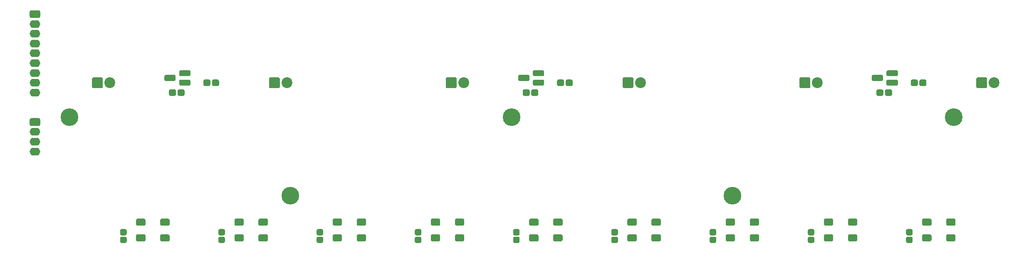
<source format=gbr>
G04 #@! TF.GenerationSoftware,KiCad,Pcbnew,(5.1.7)-1*
G04 #@! TF.CreationDate,2021-03-22T01:50:01-04:00*
G04 #@! TF.ProjectId,Circuit-AirSensor-Left,43697263-7569-4742-9d41-697253656e73,rev?*
G04 #@! TF.SameCoordinates,Original*
G04 #@! TF.FileFunction,Soldermask,Bot*
G04 #@! TF.FilePolarity,Negative*
%FSLAX46Y46*%
G04 Gerber Fmt 4.6, Leading zero omitted, Abs format (unit mm)*
G04 Created by KiCad (PCBNEW (5.1.7)-1) date 2021-03-22 01:50:01*
%MOMM*%
%LPD*%
G01*
G04 APERTURE LIST*
%ADD10O,2.150000X1.600000*%
%ADD11C,3.600000*%
%ADD12C,2.200000*%
G04 APERTURE END LIST*
G36*
G01*
X221500000Y-133900000D02*
X221500000Y-132900000D01*
G75*
G02*
X221700000Y-132700000I200000J0D01*
G01*
X223200000Y-132700000D01*
G75*
G02*
X223400000Y-132900000I0J-200000D01*
G01*
X223400000Y-133900000D01*
G75*
G02*
X223200000Y-134100000I-200000J0D01*
G01*
X221700000Y-134100000D01*
G75*
G02*
X221500000Y-133900000I0J200000D01*
G01*
G37*
G36*
G01*
X221500000Y-137100000D02*
X221500000Y-136100000D01*
G75*
G02*
X221700000Y-135900000I200000J0D01*
G01*
X223200000Y-135900000D01*
G75*
G02*
X223400000Y-136100000I0J-200000D01*
G01*
X223400000Y-137100000D01*
G75*
G02*
X223200000Y-137300000I-200000J0D01*
G01*
X221700000Y-137300000D01*
G75*
G02*
X221500000Y-137100000I0J200000D01*
G01*
G37*
G36*
G01*
X216600000Y-133900000D02*
X216600000Y-132900000D01*
G75*
G02*
X216800000Y-132700000I200000J0D01*
G01*
X218300000Y-132700000D01*
G75*
G02*
X218500000Y-132900000I0J-200000D01*
G01*
X218500000Y-133900000D01*
G75*
G02*
X218300000Y-134100000I-200000J0D01*
G01*
X216800000Y-134100000D01*
G75*
G02*
X216600000Y-133900000I0J200000D01*
G01*
G37*
G36*
G01*
X216600000Y-137100000D02*
X216600000Y-136100000D01*
G75*
G02*
X216800000Y-135900000I200000J0D01*
G01*
X218300000Y-135900000D01*
G75*
G02*
X218500000Y-136100000I0J-200000D01*
G01*
X218500000Y-137100000D01*
G75*
G02*
X218300000Y-137300000I-200000J0D01*
G01*
X216800000Y-137300000D01*
G75*
G02*
X216600000Y-137100000I0J200000D01*
G01*
G37*
D10*
X56000000Y-119000000D03*
X56000000Y-117000000D03*
X56000000Y-115000000D03*
G36*
G01*
X55258332Y-112200000D02*
X56741668Y-112200000D01*
G75*
G02*
X57075000Y-112533332I0J-333332D01*
G01*
X57075000Y-113466668D01*
G75*
G02*
X56741668Y-113800000I-333332J0D01*
G01*
X55258332Y-113800000D01*
G75*
G02*
X54925000Y-113466668I0J333332D01*
G01*
X54925000Y-112533332D01*
G75*
G02*
X55258332Y-112200000I333332J0D01*
G01*
G37*
D11*
X198000000Y-128000000D03*
X108000000Y-128000000D03*
X243000000Y-112000000D03*
G36*
G01*
X234350000Y-137650000D02*
X233650000Y-137650000D01*
G75*
G02*
X233325000Y-137325000I0J325000D01*
G01*
X233325000Y-136675000D01*
G75*
G02*
X233650000Y-136350000I325000J0D01*
G01*
X234350000Y-136350000D01*
G75*
G02*
X234675000Y-136675000I0J-325000D01*
G01*
X234675000Y-137325000D01*
G75*
G02*
X234350000Y-137650000I-325000J0D01*
G01*
G37*
G36*
G01*
X234350000Y-136100000D02*
X233650000Y-136100000D01*
G75*
G02*
X233325000Y-135775000I0J325000D01*
G01*
X233325000Y-135125000D01*
G75*
G02*
X233650000Y-134800000I325000J0D01*
G01*
X234350000Y-134800000D01*
G75*
G02*
X234675000Y-135125000I0J-325000D01*
G01*
X234675000Y-135775000D01*
G75*
G02*
X234350000Y-136100000I-325000J0D01*
G01*
G37*
G36*
G01*
X214350000Y-136100000D02*
X213650000Y-136100000D01*
G75*
G02*
X213325000Y-135775000I0J325000D01*
G01*
X213325000Y-135125000D01*
G75*
G02*
X213650000Y-134800000I325000J0D01*
G01*
X214350000Y-134800000D01*
G75*
G02*
X214675000Y-135125000I0J-325000D01*
G01*
X214675000Y-135775000D01*
G75*
G02*
X214350000Y-136100000I-325000J0D01*
G01*
G37*
G36*
G01*
X214350000Y-137650000D02*
X213650000Y-137650000D01*
G75*
G02*
X213325000Y-137325000I0J325000D01*
G01*
X213325000Y-136675000D01*
G75*
G02*
X213650000Y-136350000I325000J0D01*
G01*
X214350000Y-136350000D01*
G75*
G02*
X214675000Y-136675000I0J-325000D01*
G01*
X214675000Y-137325000D01*
G75*
G02*
X214350000Y-137650000I-325000J0D01*
G01*
G37*
G36*
G01*
X194350000Y-137650000D02*
X193650000Y-137650000D01*
G75*
G02*
X193325000Y-137325000I0J325000D01*
G01*
X193325000Y-136675000D01*
G75*
G02*
X193650000Y-136350000I325000J0D01*
G01*
X194350000Y-136350000D01*
G75*
G02*
X194675000Y-136675000I0J-325000D01*
G01*
X194675000Y-137325000D01*
G75*
G02*
X194350000Y-137650000I-325000J0D01*
G01*
G37*
G36*
G01*
X194350000Y-136100000D02*
X193650000Y-136100000D01*
G75*
G02*
X193325000Y-135775000I0J325000D01*
G01*
X193325000Y-135125000D01*
G75*
G02*
X193650000Y-134800000I325000J0D01*
G01*
X194350000Y-134800000D01*
G75*
G02*
X194675000Y-135125000I0J-325000D01*
G01*
X194675000Y-135775000D01*
G75*
G02*
X194350000Y-136100000I-325000J0D01*
G01*
G37*
G36*
G01*
X174350000Y-137650000D02*
X173650000Y-137650000D01*
G75*
G02*
X173325000Y-137325000I0J325000D01*
G01*
X173325000Y-136675000D01*
G75*
G02*
X173650000Y-136350000I325000J0D01*
G01*
X174350000Y-136350000D01*
G75*
G02*
X174675000Y-136675000I0J-325000D01*
G01*
X174675000Y-137325000D01*
G75*
G02*
X174350000Y-137650000I-325000J0D01*
G01*
G37*
G36*
G01*
X174350000Y-136100000D02*
X173650000Y-136100000D01*
G75*
G02*
X173325000Y-135775000I0J325000D01*
G01*
X173325000Y-135125000D01*
G75*
G02*
X173650000Y-134800000I325000J0D01*
G01*
X174350000Y-134800000D01*
G75*
G02*
X174675000Y-135125000I0J-325000D01*
G01*
X174675000Y-135775000D01*
G75*
G02*
X174350000Y-136100000I-325000J0D01*
G01*
G37*
G36*
G01*
X154350000Y-137650000D02*
X153650000Y-137650000D01*
G75*
G02*
X153325000Y-137325000I0J325000D01*
G01*
X153325000Y-136675000D01*
G75*
G02*
X153650000Y-136350000I325000J0D01*
G01*
X154350000Y-136350000D01*
G75*
G02*
X154675000Y-136675000I0J-325000D01*
G01*
X154675000Y-137325000D01*
G75*
G02*
X154350000Y-137650000I-325000J0D01*
G01*
G37*
G36*
G01*
X154350000Y-136100000D02*
X153650000Y-136100000D01*
G75*
G02*
X153325000Y-135775000I0J325000D01*
G01*
X153325000Y-135125000D01*
G75*
G02*
X153650000Y-134800000I325000J0D01*
G01*
X154350000Y-134800000D01*
G75*
G02*
X154675000Y-135125000I0J-325000D01*
G01*
X154675000Y-135775000D01*
G75*
G02*
X154350000Y-136100000I-325000J0D01*
G01*
G37*
G36*
G01*
X134350000Y-137650000D02*
X133650000Y-137650000D01*
G75*
G02*
X133325000Y-137325000I0J325000D01*
G01*
X133325000Y-136675000D01*
G75*
G02*
X133650000Y-136350000I325000J0D01*
G01*
X134350000Y-136350000D01*
G75*
G02*
X134675000Y-136675000I0J-325000D01*
G01*
X134675000Y-137325000D01*
G75*
G02*
X134350000Y-137650000I-325000J0D01*
G01*
G37*
G36*
G01*
X134350000Y-136100000D02*
X133650000Y-136100000D01*
G75*
G02*
X133325000Y-135775000I0J325000D01*
G01*
X133325000Y-135125000D01*
G75*
G02*
X133650000Y-134800000I325000J0D01*
G01*
X134350000Y-134800000D01*
G75*
G02*
X134675000Y-135125000I0J-325000D01*
G01*
X134675000Y-135775000D01*
G75*
G02*
X134350000Y-136100000I-325000J0D01*
G01*
G37*
G36*
G01*
X114350000Y-137650000D02*
X113650000Y-137650000D01*
G75*
G02*
X113325000Y-137325000I0J325000D01*
G01*
X113325000Y-136675000D01*
G75*
G02*
X113650000Y-136350000I325000J0D01*
G01*
X114350000Y-136350000D01*
G75*
G02*
X114675000Y-136675000I0J-325000D01*
G01*
X114675000Y-137325000D01*
G75*
G02*
X114350000Y-137650000I-325000J0D01*
G01*
G37*
G36*
G01*
X114350000Y-136100000D02*
X113650000Y-136100000D01*
G75*
G02*
X113325000Y-135775000I0J325000D01*
G01*
X113325000Y-135125000D01*
G75*
G02*
X113650000Y-134800000I325000J0D01*
G01*
X114350000Y-134800000D01*
G75*
G02*
X114675000Y-135125000I0J-325000D01*
G01*
X114675000Y-135775000D01*
G75*
G02*
X114350000Y-136100000I-325000J0D01*
G01*
G37*
G36*
G01*
X94350000Y-136100000D02*
X93650000Y-136100000D01*
G75*
G02*
X93325000Y-135775000I0J325000D01*
G01*
X93325000Y-135125000D01*
G75*
G02*
X93650000Y-134800000I325000J0D01*
G01*
X94350000Y-134800000D01*
G75*
G02*
X94675000Y-135125000I0J-325000D01*
G01*
X94675000Y-135775000D01*
G75*
G02*
X94350000Y-136100000I-325000J0D01*
G01*
G37*
G36*
G01*
X94350000Y-137650000D02*
X93650000Y-137650000D01*
G75*
G02*
X93325000Y-137325000I0J325000D01*
G01*
X93325000Y-136675000D01*
G75*
G02*
X93650000Y-136350000I325000J0D01*
G01*
X94350000Y-136350000D01*
G75*
G02*
X94675000Y-136675000I0J-325000D01*
G01*
X94675000Y-137325000D01*
G75*
G02*
X94350000Y-137650000I-325000J0D01*
G01*
G37*
G36*
G01*
X74350000Y-137650000D02*
X73650000Y-137650000D01*
G75*
G02*
X73325000Y-137325000I0J325000D01*
G01*
X73325000Y-136675000D01*
G75*
G02*
X73650000Y-136350000I325000J0D01*
G01*
X74350000Y-136350000D01*
G75*
G02*
X74675000Y-136675000I0J-325000D01*
G01*
X74675000Y-137325000D01*
G75*
G02*
X74350000Y-137650000I-325000J0D01*
G01*
G37*
G36*
G01*
X74350000Y-136100000D02*
X73650000Y-136100000D01*
G75*
G02*
X73325000Y-135775000I0J325000D01*
G01*
X73325000Y-135125000D01*
G75*
G02*
X73650000Y-134800000I325000J0D01*
G01*
X74350000Y-134800000D01*
G75*
G02*
X74675000Y-135125000I0J-325000D01*
G01*
X74675000Y-135775000D01*
G75*
G02*
X74350000Y-136100000I-325000J0D01*
G01*
G37*
G36*
G01*
X76600000Y-137100000D02*
X76600000Y-136100000D01*
G75*
G02*
X76800000Y-135900000I200000J0D01*
G01*
X78300000Y-135900000D01*
G75*
G02*
X78500000Y-136100000I0J-200000D01*
G01*
X78500000Y-137100000D01*
G75*
G02*
X78300000Y-137300000I-200000J0D01*
G01*
X76800000Y-137300000D01*
G75*
G02*
X76600000Y-137100000I0J200000D01*
G01*
G37*
G36*
G01*
X76600000Y-133900000D02*
X76600000Y-132900000D01*
G75*
G02*
X76800000Y-132700000I200000J0D01*
G01*
X78300000Y-132700000D01*
G75*
G02*
X78500000Y-132900000I0J-200000D01*
G01*
X78500000Y-133900000D01*
G75*
G02*
X78300000Y-134100000I-200000J0D01*
G01*
X76800000Y-134100000D01*
G75*
G02*
X76600000Y-133900000I0J200000D01*
G01*
G37*
G36*
G01*
X81500000Y-137100000D02*
X81500000Y-136100000D01*
G75*
G02*
X81700000Y-135900000I200000J0D01*
G01*
X83200000Y-135900000D01*
G75*
G02*
X83400000Y-136100000I0J-200000D01*
G01*
X83400000Y-137100000D01*
G75*
G02*
X83200000Y-137300000I-200000J0D01*
G01*
X81700000Y-137300000D01*
G75*
G02*
X81500000Y-137100000I0J200000D01*
G01*
G37*
G36*
G01*
X81500000Y-133900000D02*
X81500000Y-132900000D01*
G75*
G02*
X81700000Y-132700000I200000J0D01*
G01*
X83200000Y-132700000D01*
G75*
G02*
X83400000Y-132900000I0J-200000D01*
G01*
X83400000Y-133900000D01*
G75*
G02*
X83200000Y-134100000I-200000J0D01*
G01*
X81700000Y-134100000D01*
G75*
G02*
X81500000Y-133900000I0J200000D01*
G01*
G37*
G36*
G01*
X101500000Y-133900000D02*
X101500000Y-132900000D01*
G75*
G02*
X101700000Y-132700000I200000J0D01*
G01*
X103200000Y-132700000D01*
G75*
G02*
X103400000Y-132900000I0J-200000D01*
G01*
X103400000Y-133900000D01*
G75*
G02*
X103200000Y-134100000I-200000J0D01*
G01*
X101700000Y-134100000D01*
G75*
G02*
X101500000Y-133900000I0J200000D01*
G01*
G37*
G36*
G01*
X101500000Y-137100000D02*
X101500000Y-136100000D01*
G75*
G02*
X101700000Y-135900000I200000J0D01*
G01*
X103200000Y-135900000D01*
G75*
G02*
X103400000Y-136100000I0J-200000D01*
G01*
X103400000Y-137100000D01*
G75*
G02*
X103200000Y-137300000I-200000J0D01*
G01*
X101700000Y-137300000D01*
G75*
G02*
X101500000Y-137100000I0J200000D01*
G01*
G37*
G36*
G01*
X96600000Y-133900000D02*
X96600000Y-132900000D01*
G75*
G02*
X96800000Y-132700000I200000J0D01*
G01*
X98300000Y-132700000D01*
G75*
G02*
X98500000Y-132900000I0J-200000D01*
G01*
X98500000Y-133900000D01*
G75*
G02*
X98300000Y-134100000I-200000J0D01*
G01*
X96800000Y-134100000D01*
G75*
G02*
X96600000Y-133900000I0J200000D01*
G01*
G37*
G36*
G01*
X96600000Y-137100000D02*
X96600000Y-136100000D01*
G75*
G02*
X96800000Y-135900000I200000J0D01*
G01*
X98300000Y-135900000D01*
G75*
G02*
X98500000Y-136100000I0J-200000D01*
G01*
X98500000Y-137100000D01*
G75*
G02*
X98300000Y-137300000I-200000J0D01*
G01*
X96800000Y-137300000D01*
G75*
G02*
X96600000Y-137100000I0J200000D01*
G01*
G37*
G36*
G01*
X121500000Y-133900000D02*
X121500000Y-132900000D01*
G75*
G02*
X121700000Y-132700000I200000J0D01*
G01*
X123200000Y-132700000D01*
G75*
G02*
X123400000Y-132900000I0J-200000D01*
G01*
X123400000Y-133900000D01*
G75*
G02*
X123200000Y-134100000I-200000J0D01*
G01*
X121700000Y-134100000D01*
G75*
G02*
X121500000Y-133900000I0J200000D01*
G01*
G37*
G36*
G01*
X121500000Y-137100000D02*
X121500000Y-136100000D01*
G75*
G02*
X121700000Y-135900000I200000J0D01*
G01*
X123200000Y-135900000D01*
G75*
G02*
X123400000Y-136100000I0J-200000D01*
G01*
X123400000Y-137100000D01*
G75*
G02*
X123200000Y-137300000I-200000J0D01*
G01*
X121700000Y-137300000D01*
G75*
G02*
X121500000Y-137100000I0J200000D01*
G01*
G37*
G36*
G01*
X116600000Y-133900000D02*
X116600000Y-132900000D01*
G75*
G02*
X116800000Y-132700000I200000J0D01*
G01*
X118300000Y-132700000D01*
G75*
G02*
X118500000Y-132900000I0J-200000D01*
G01*
X118500000Y-133900000D01*
G75*
G02*
X118300000Y-134100000I-200000J0D01*
G01*
X116800000Y-134100000D01*
G75*
G02*
X116600000Y-133900000I0J200000D01*
G01*
G37*
G36*
G01*
X116600000Y-137100000D02*
X116600000Y-136100000D01*
G75*
G02*
X116800000Y-135900000I200000J0D01*
G01*
X118300000Y-135900000D01*
G75*
G02*
X118500000Y-136100000I0J-200000D01*
G01*
X118500000Y-137100000D01*
G75*
G02*
X118300000Y-137300000I-200000J0D01*
G01*
X116800000Y-137300000D01*
G75*
G02*
X116600000Y-137100000I0J200000D01*
G01*
G37*
G36*
G01*
X141500000Y-133900000D02*
X141500000Y-132900000D01*
G75*
G02*
X141700000Y-132700000I200000J0D01*
G01*
X143200000Y-132700000D01*
G75*
G02*
X143400000Y-132900000I0J-200000D01*
G01*
X143400000Y-133900000D01*
G75*
G02*
X143200000Y-134100000I-200000J0D01*
G01*
X141700000Y-134100000D01*
G75*
G02*
X141500000Y-133900000I0J200000D01*
G01*
G37*
G36*
G01*
X141500000Y-137100000D02*
X141500000Y-136100000D01*
G75*
G02*
X141700000Y-135900000I200000J0D01*
G01*
X143200000Y-135900000D01*
G75*
G02*
X143400000Y-136100000I0J-200000D01*
G01*
X143400000Y-137100000D01*
G75*
G02*
X143200000Y-137300000I-200000J0D01*
G01*
X141700000Y-137300000D01*
G75*
G02*
X141500000Y-137100000I0J200000D01*
G01*
G37*
G36*
G01*
X136600000Y-133900000D02*
X136600000Y-132900000D01*
G75*
G02*
X136800000Y-132700000I200000J0D01*
G01*
X138300000Y-132700000D01*
G75*
G02*
X138500000Y-132900000I0J-200000D01*
G01*
X138500000Y-133900000D01*
G75*
G02*
X138300000Y-134100000I-200000J0D01*
G01*
X136800000Y-134100000D01*
G75*
G02*
X136600000Y-133900000I0J200000D01*
G01*
G37*
G36*
G01*
X136600000Y-137100000D02*
X136600000Y-136100000D01*
G75*
G02*
X136800000Y-135900000I200000J0D01*
G01*
X138300000Y-135900000D01*
G75*
G02*
X138500000Y-136100000I0J-200000D01*
G01*
X138500000Y-137100000D01*
G75*
G02*
X138300000Y-137300000I-200000J0D01*
G01*
X136800000Y-137300000D01*
G75*
G02*
X136600000Y-137100000I0J200000D01*
G01*
G37*
G36*
G01*
X236600000Y-137100000D02*
X236600000Y-136100000D01*
G75*
G02*
X236800000Y-135900000I200000J0D01*
G01*
X238300000Y-135900000D01*
G75*
G02*
X238500000Y-136100000I0J-200000D01*
G01*
X238500000Y-137100000D01*
G75*
G02*
X238300000Y-137300000I-200000J0D01*
G01*
X236800000Y-137300000D01*
G75*
G02*
X236600000Y-137100000I0J200000D01*
G01*
G37*
G36*
G01*
X236600000Y-133900000D02*
X236600000Y-132900000D01*
G75*
G02*
X236800000Y-132700000I200000J0D01*
G01*
X238300000Y-132700000D01*
G75*
G02*
X238500000Y-132900000I0J-200000D01*
G01*
X238500000Y-133900000D01*
G75*
G02*
X238300000Y-134100000I-200000J0D01*
G01*
X236800000Y-134100000D01*
G75*
G02*
X236600000Y-133900000I0J200000D01*
G01*
G37*
G36*
G01*
X241500000Y-137100000D02*
X241500000Y-136100000D01*
G75*
G02*
X241700000Y-135900000I200000J0D01*
G01*
X243200000Y-135900000D01*
G75*
G02*
X243400000Y-136100000I0J-200000D01*
G01*
X243400000Y-137100000D01*
G75*
G02*
X243200000Y-137300000I-200000J0D01*
G01*
X241700000Y-137300000D01*
G75*
G02*
X241500000Y-137100000I0J200000D01*
G01*
G37*
G36*
G01*
X241500000Y-133900000D02*
X241500000Y-132900000D01*
G75*
G02*
X241700000Y-132700000I200000J0D01*
G01*
X243200000Y-132700000D01*
G75*
G02*
X243400000Y-132900000I0J-200000D01*
G01*
X243400000Y-133900000D01*
G75*
G02*
X243200000Y-134100000I-200000J0D01*
G01*
X241700000Y-134100000D01*
G75*
G02*
X241500000Y-133900000I0J200000D01*
G01*
G37*
G36*
G01*
X201500000Y-133900000D02*
X201500000Y-132900000D01*
G75*
G02*
X201700000Y-132700000I200000J0D01*
G01*
X203200000Y-132700000D01*
G75*
G02*
X203400000Y-132900000I0J-200000D01*
G01*
X203400000Y-133900000D01*
G75*
G02*
X203200000Y-134100000I-200000J0D01*
G01*
X201700000Y-134100000D01*
G75*
G02*
X201500000Y-133900000I0J200000D01*
G01*
G37*
G36*
G01*
X201500000Y-137100000D02*
X201500000Y-136100000D01*
G75*
G02*
X201700000Y-135900000I200000J0D01*
G01*
X203200000Y-135900000D01*
G75*
G02*
X203400000Y-136100000I0J-200000D01*
G01*
X203400000Y-137100000D01*
G75*
G02*
X203200000Y-137300000I-200000J0D01*
G01*
X201700000Y-137300000D01*
G75*
G02*
X201500000Y-137100000I0J200000D01*
G01*
G37*
G36*
G01*
X196600000Y-133900000D02*
X196600000Y-132900000D01*
G75*
G02*
X196800000Y-132700000I200000J0D01*
G01*
X198300000Y-132700000D01*
G75*
G02*
X198500000Y-132900000I0J-200000D01*
G01*
X198500000Y-133900000D01*
G75*
G02*
X198300000Y-134100000I-200000J0D01*
G01*
X196800000Y-134100000D01*
G75*
G02*
X196600000Y-133900000I0J200000D01*
G01*
G37*
G36*
G01*
X196600000Y-137100000D02*
X196600000Y-136100000D01*
G75*
G02*
X196800000Y-135900000I200000J0D01*
G01*
X198300000Y-135900000D01*
G75*
G02*
X198500000Y-136100000I0J-200000D01*
G01*
X198500000Y-137100000D01*
G75*
G02*
X198300000Y-137300000I-200000J0D01*
G01*
X196800000Y-137300000D01*
G75*
G02*
X196600000Y-137100000I0J200000D01*
G01*
G37*
G36*
G01*
X181500000Y-133900000D02*
X181500000Y-132900000D01*
G75*
G02*
X181700000Y-132700000I200000J0D01*
G01*
X183200000Y-132700000D01*
G75*
G02*
X183400000Y-132900000I0J-200000D01*
G01*
X183400000Y-133900000D01*
G75*
G02*
X183200000Y-134100000I-200000J0D01*
G01*
X181700000Y-134100000D01*
G75*
G02*
X181500000Y-133900000I0J200000D01*
G01*
G37*
G36*
G01*
X181500000Y-137100000D02*
X181500000Y-136100000D01*
G75*
G02*
X181700000Y-135900000I200000J0D01*
G01*
X183200000Y-135900000D01*
G75*
G02*
X183400000Y-136100000I0J-200000D01*
G01*
X183400000Y-137100000D01*
G75*
G02*
X183200000Y-137300000I-200000J0D01*
G01*
X181700000Y-137300000D01*
G75*
G02*
X181500000Y-137100000I0J200000D01*
G01*
G37*
G36*
G01*
X176600000Y-133900000D02*
X176600000Y-132900000D01*
G75*
G02*
X176800000Y-132700000I200000J0D01*
G01*
X178300000Y-132700000D01*
G75*
G02*
X178500000Y-132900000I0J-200000D01*
G01*
X178500000Y-133900000D01*
G75*
G02*
X178300000Y-134100000I-200000J0D01*
G01*
X176800000Y-134100000D01*
G75*
G02*
X176600000Y-133900000I0J200000D01*
G01*
G37*
G36*
G01*
X176600000Y-137100000D02*
X176600000Y-136100000D01*
G75*
G02*
X176800000Y-135900000I200000J0D01*
G01*
X178300000Y-135900000D01*
G75*
G02*
X178500000Y-136100000I0J-200000D01*
G01*
X178500000Y-137100000D01*
G75*
G02*
X178300000Y-137300000I-200000J0D01*
G01*
X176800000Y-137300000D01*
G75*
G02*
X176600000Y-137100000I0J200000D01*
G01*
G37*
G36*
G01*
X156600000Y-137100000D02*
X156600000Y-136100000D01*
G75*
G02*
X156800000Y-135900000I200000J0D01*
G01*
X158300000Y-135900000D01*
G75*
G02*
X158500000Y-136100000I0J-200000D01*
G01*
X158500000Y-137100000D01*
G75*
G02*
X158300000Y-137300000I-200000J0D01*
G01*
X156800000Y-137300000D01*
G75*
G02*
X156600000Y-137100000I0J200000D01*
G01*
G37*
G36*
G01*
X156600000Y-133900000D02*
X156600000Y-132900000D01*
G75*
G02*
X156800000Y-132700000I200000J0D01*
G01*
X158300000Y-132700000D01*
G75*
G02*
X158500000Y-132900000I0J-200000D01*
G01*
X158500000Y-133900000D01*
G75*
G02*
X158300000Y-134100000I-200000J0D01*
G01*
X156800000Y-134100000D01*
G75*
G02*
X156600000Y-133900000I0J200000D01*
G01*
G37*
G36*
G01*
X161500000Y-137100000D02*
X161500000Y-136100000D01*
G75*
G02*
X161700000Y-135900000I200000J0D01*
G01*
X163200000Y-135900000D01*
G75*
G02*
X163400000Y-136100000I0J-200000D01*
G01*
X163400000Y-137100000D01*
G75*
G02*
X163200000Y-137300000I-200000J0D01*
G01*
X161700000Y-137300000D01*
G75*
G02*
X161500000Y-137100000I0J200000D01*
G01*
G37*
G36*
G01*
X161500000Y-133900000D02*
X161500000Y-132900000D01*
G75*
G02*
X161700000Y-132700000I200000J0D01*
G01*
X163200000Y-132700000D01*
G75*
G02*
X163400000Y-132900000I0J-200000D01*
G01*
X163400000Y-133900000D01*
G75*
G02*
X163200000Y-134100000I-200000J0D01*
G01*
X161700000Y-134100000D01*
G75*
G02*
X161500000Y-133900000I0J200000D01*
G01*
G37*
G36*
G01*
X234275000Y-105337500D02*
X234275000Y-104662500D01*
G75*
G02*
X234612500Y-104325000I337500J0D01*
G01*
X235387500Y-104325000D01*
G75*
G02*
X235725000Y-104662500I0J-337500D01*
G01*
X235725000Y-105337500D01*
G75*
G02*
X235387500Y-105675000I-337500J0D01*
G01*
X234612500Y-105675000D01*
G75*
G02*
X234275000Y-105337500I0J337500D01*
G01*
G37*
G36*
G01*
X236025000Y-105337500D02*
X236025000Y-104662500D01*
G75*
G02*
X236362500Y-104325000I337500J0D01*
G01*
X237137500Y-104325000D01*
G75*
G02*
X237475000Y-104662500I0J-337500D01*
G01*
X237475000Y-105337500D01*
G75*
G02*
X237137500Y-105675000I-337500J0D01*
G01*
X236362500Y-105675000D01*
G75*
G02*
X236025000Y-105337500I0J337500D01*
G01*
G37*
G36*
G01*
X162275000Y-105337500D02*
X162275000Y-104662500D01*
G75*
G02*
X162612500Y-104325000I337500J0D01*
G01*
X163387500Y-104325000D01*
G75*
G02*
X163725000Y-104662500I0J-337500D01*
G01*
X163725000Y-105337500D01*
G75*
G02*
X163387500Y-105675000I-337500J0D01*
G01*
X162612500Y-105675000D01*
G75*
G02*
X162275000Y-105337500I0J337500D01*
G01*
G37*
G36*
G01*
X164025000Y-105337500D02*
X164025000Y-104662500D01*
G75*
G02*
X164362500Y-104325000I337500J0D01*
G01*
X165137500Y-104325000D01*
G75*
G02*
X165475000Y-104662500I0J-337500D01*
G01*
X165475000Y-105337500D01*
G75*
G02*
X165137500Y-105675000I-337500J0D01*
G01*
X164362500Y-105675000D01*
G75*
G02*
X164025000Y-105337500I0J337500D01*
G01*
G37*
G36*
G01*
X90275000Y-105337500D02*
X90275000Y-104662500D01*
G75*
G02*
X90612500Y-104325000I337500J0D01*
G01*
X91387500Y-104325000D01*
G75*
G02*
X91725000Y-104662500I0J-337500D01*
G01*
X91725000Y-105337500D01*
G75*
G02*
X91387500Y-105675000I-337500J0D01*
G01*
X90612500Y-105675000D01*
G75*
G02*
X90275000Y-105337500I0J337500D01*
G01*
G37*
G36*
G01*
X92025000Y-105337500D02*
X92025000Y-104662500D01*
G75*
G02*
X92362500Y-104325000I337500J0D01*
G01*
X93137500Y-104325000D01*
G75*
G02*
X93475000Y-104662500I0J-337500D01*
G01*
X93475000Y-105337500D01*
G75*
G02*
X93137500Y-105675000I-337500J0D01*
G01*
X92362500Y-105675000D01*
G75*
G02*
X92025000Y-105337500I0J337500D01*
G01*
G37*
G36*
G01*
X230475000Y-106662500D02*
X230475000Y-107337500D01*
G75*
G02*
X230137500Y-107675000I-337500J0D01*
G01*
X229362500Y-107675000D01*
G75*
G02*
X229025000Y-107337500I0J337500D01*
G01*
X229025000Y-106662500D01*
G75*
G02*
X229362500Y-106325000I337500J0D01*
G01*
X230137500Y-106325000D01*
G75*
G02*
X230475000Y-106662500I0J-337500D01*
G01*
G37*
G36*
G01*
X228725000Y-106662500D02*
X228725000Y-107337500D01*
G75*
G02*
X228387500Y-107675000I-337500J0D01*
G01*
X227612500Y-107675000D01*
G75*
G02*
X227275000Y-107337500I0J337500D01*
G01*
X227275000Y-106662500D01*
G75*
G02*
X227612500Y-106325000I337500J0D01*
G01*
X228387500Y-106325000D01*
G75*
G02*
X228725000Y-106662500I0J-337500D01*
G01*
G37*
G36*
G01*
X158475000Y-106662500D02*
X158475000Y-107337500D01*
G75*
G02*
X158137500Y-107675000I-337500J0D01*
G01*
X157362500Y-107675000D01*
G75*
G02*
X157025000Y-107337500I0J337500D01*
G01*
X157025000Y-106662500D01*
G75*
G02*
X157362500Y-106325000I337500J0D01*
G01*
X158137500Y-106325000D01*
G75*
G02*
X158475000Y-106662500I0J-337500D01*
G01*
G37*
G36*
G01*
X156725000Y-106662500D02*
X156725000Y-107337500D01*
G75*
G02*
X156387500Y-107675000I-337500J0D01*
G01*
X155612500Y-107675000D01*
G75*
G02*
X155275000Y-107337500I0J337500D01*
G01*
X155275000Y-106662500D01*
G75*
G02*
X155612500Y-106325000I337500J0D01*
G01*
X156387500Y-106325000D01*
G75*
G02*
X156725000Y-106662500I0J-337500D01*
G01*
G37*
G36*
G01*
X86475000Y-106662500D02*
X86475000Y-107337500D01*
G75*
G02*
X86137500Y-107675000I-337500J0D01*
G01*
X85362500Y-107675000D01*
G75*
G02*
X85025000Y-107337500I0J337500D01*
G01*
X85025000Y-106662500D01*
G75*
G02*
X85362500Y-106325000I337500J0D01*
G01*
X86137500Y-106325000D01*
G75*
G02*
X86475000Y-106662500I0J-337500D01*
G01*
G37*
G36*
G01*
X84725000Y-106662500D02*
X84725000Y-107337500D01*
G75*
G02*
X84387500Y-107675000I-337500J0D01*
G01*
X83612500Y-107675000D01*
G75*
G02*
X83275000Y-107337500I0J337500D01*
G01*
X83275000Y-106662500D01*
G75*
G02*
X83612500Y-106325000I337500J0D01*
G01*
X84387500Y-106325000D01*
G75*
G02*
X84725000Y-106662500I0J-337500D01*
G01*
G37*
G36*
G01*
X228650000Y-103600000D02*
X228650000Y-104400000D01*
G75*
G02*
X228450000Y-104600000I-200000J0D01*
G01*
X226550000Y-104600000D01*
G75*
G02*
X226350000Y-104400000I0J200000D01*
G01*
X226350000Y-103600000D01*
G75*
G02*
X226550000Y-103400000I200000J0D01*
G01*
X228450000Y-103400000D01*
G75*
G02*
X228650000Y-103600000I0J-200000D01*
G01*
G37*
G36*
G01*
X231650000Y-104550000D02*
X231650000Y-105350000D01*
G75*
G02*
X231450000Y-105550000I-200000J0D01*
G01*
X229550000Y-105550000D01*
G75*
G02*
X229350000Y-105350000I0J200000D01*
G01*
X229350000Y-104550000D01*
G75*
G02*
X229550000Y-104350000I200000J0D01*
G01*
X231450000Y-104350000D01*
G75*
G02*
X231650000Y-104550000I0J-200000D01*
G01*
G37*
G36*
G01*
X231650000Y-102650000D02*
X231650000Y-103450000D01*
G75*
G02*
X231450000Y-103650000I-200000J0D01*
G01*
X229550000Y-103650000D01*
G75*
G02*
X229350000Y-103450000I0J200000D01*
G01*
X229350000Y-102650000D01*
G75*
G02*
X229550000Y-102450000I200000J0D01*
G01*
X231450000Y-102450000D01*
G75*
G02*
X231650000Y-102650000I0J-200000D01*
G01*
G37*
G36*
G01*
X159650000Y-102650000D02*
X159650000Y-103450000D01*
G75*
G02*
X159450000Y-103650000I-200000J0D01*
G01*
X157550000Y-103650000D01*
G75*
G02*
X157350000Y-103450000I0J200000D01*
G01*
X157350000Y-102650000D01*
G75*
G02*
X157550000Y-102450000I200000J0D01*
G01*
X159450000Y-102450000D01*
G75*
G02*
X159650000Y-102650000I0J-200000D01*
G01*
G37*
G36*
G01*
X159650000Y-104550000D02*
X159650000Y-105350000D01*
G75*
G02*
X159450000Y-105550000I-200000J0D01*
G01*
X157550000Y-105550000D01*
G75*
G02*
X157350000Y-105350000I0J200000D01*
G01*
X157350000Y-104550000D01*
G75*
G02*
X157550000Y-104350000I200000J0D01*
G01*
X159450000Y-104350000D01*
G75*
G02*
X159650000Y-104550000I0J-200000D01*
G01*
G37*
G36*
G01*
X156650000Y-103600000D02*
X156650000Y-104400000D01*
G75*
G02*
X156450000Y-104600000I-200000J0D01*
G01*
X154550000Y-104600000D01*
G75*
G02*
X154350000Y-104400000I0J200000D01*
G01*
X154350000Y-103600000D01*
G75*
G02*
X154550000Y-103400000I200000J0D01*
G01*
X156450000Y-103400000D01*
G75*
G02*
X156650000Y-103600000I0J-200000D01*
G01*
G37*
G36*
G01*
X84650000Y-103600000D02*
X84650000Y-104400000D01*
G75*
G02*
X84450000Y-104600000I-200000J0D01*
G01*
X82550000Y-104600000D01*
G75*
G02*
X82350000Y-104400000I0J200000D01*
G01*
X82350000Y-103600000D01*
G75*
G02*
X82550000Y-103400000I200000J0D01*
G01*
X84450000Y-103400000D01*
G75*
G02*
X84650000Y-103600000I0J-200000D01*
G01*
G37*
G36*
G01*
X87650000Y-104550000D02*
X87650000Y-105350000D01*
G75*
G02*
X87450000Y-105550000I-200000J0D01*
G01*
X85550000Y-105550000D01*
G75*
G02*
X85350000Y-105350000I0J200000D01*
G01*
X85350000Y-104550000D01*
G75*
G02*
X85550000Y-104350000I200000J0D01*
G01*
X87450000Y-104350000D01*
G75*
G02*
X87650000Y-104550000I0J-200000D01*
G01*
G37*
G36*
G01*
X87650000Y-102650000D02*
X87650000Y-103450000D01*
G75*
G02*
X87450000Y-103650000I-200000J0D01*
G01*
X85550000Y-103650000D01*
G75*
G02*
X85350000Y-103450000I0J200000D01*
G01*
X85350000Y-102650000D01*
G75*
G02*
X85550000Y-102450000I200000J0D01*
G01*
X87450000Y-102450000D01*
G75*
G02*
X87650000Y-102650000I0J-200000D01*
G01*
G37*
G36*
G01*
X175630000Y-105900000D02*
X175630000Y-104100000D01*
G75*
G02*
X175830000Y-103900000I200000J0D01*
G01*
X177630000Y-103900000D01*
G75*
G02*
X177830000Y-104100000I0J-200000D01*
G01*
X177830000Y-105900000D01*
G75*
G02*
X177630000Y-106100000I-200000J0D01*
G01*
X175830000Y-106100000D01*
G75*
G02*
X175630000Y-105900000I0J200000D01*
G01*
G37*
D12*
X179270000Y-105000000D03*
G36*
G01*
X247630000Y-105900000D02*
X247630000Y-104100000D01*
G75*
G02*
X247830000Y-103900000I200000J0D01*
G01*
X249630000Y-103900000D01*
G75*
G02*
X249830000Y-104100000I0J-200000D01*
G01*
X249830000Y-105900000D01*
G75*
G02*
X249630000Y-106100000I-200000J0D01*
G01*
X247830000Y-106100000D01*
G75*
G02*
X247630000Y-105900000I0J200000D01*
G01*
G37*
X251270000Y-105000000D03*
G36*
G01*
X211630000Y-105900000D02*
X211630000Y-104100000D01*
G75*
G02*
X211830000Y-103900000I200000J0D01*
G01*
X213630000Y-103900000D01*
G75*
G02*
X213830000Y-104100000I0J-200000D01*
G01*
X213830000Y-105900000D01*
G75*
G02*
X213630000Y-106100000I-200000J0D01*
G01*
X211830000Y-106100000D01*
G75*
G02*
X211630000Y-105900000I0J200000D01*
G01*
G37*
X215270000Y-105000000D03*
G36*
G01*
X139630000Y-105900000D02*
X139630000Y-104100000D01*
G75*
G02*
X139830000Y-103900000I200000J0D01*
G01*
X141630000Y-103900000D01*
G75*
G02*
X141830000Y-104100000I0J-200000D01*
G01*
X141830000Y-105900000D01*
G75*
G02*
X141630000Y-106100000I-200000J0D01*
G01*
X139830000Y-106100000D01*
G75*
G02*
X139630000Y-105900000I0J200000D01*
G01*
G37*
X143270000Y-105000000D03*
G36*
G01*
X103630000Y-105900000D02*
X103630000Y-104100000D01*
G75*
G02*
X103830000Y-103900000I200000J0D01*
G01*
X105630000Y-103900000D01*
G75*
G02*
X105830000Y-104100000I0J-200000D01*
G01*
X105830000Y-105900000D01*
G75*
G02*
X105630000Y-106100000I-200000J0D01*
G01*
X103830000Y-106100000D01*
G75*
G02*
X103630000Y-105900000I0J200000D01*
G01*
G37*
X107270000Y-105000000D03*
G36*
G01*
X67630000Y-105900000D02*
X67630000Y-104100000D01*
G75*
G02*
X67830000Y-103900000I200000J0D01*
G01*
X69630000Y-103900000D01*
G75*
G02*
X69830000Y-104100000I0J-200000D01*
G01*
X69830000Y-105900000D01*
G75*
G02*
X69630000Y-106100000I-200000J0D01*
G01*
X67830000Y-106100000D01*
G75*
G02*
X67630000Y-105900000I0J200000D01*
G01*
G37*
X71270000Y-105000000D03*
D10*
X56000000Y-107000000D03*
X56000000Y-105000000D03*
X56000000Y-103000000D03*
X56000000Y-101000000D03*
X56000000Y-99000000D03*
X56000000Y-97000000D03*
X56000000Y-95000000D03*
X56000000Y-93000000D03*
G36*
G01*
X55258332Y-90200000D02*
X56741668Y-90200000D01*
G75*
G02*
X57075000Y-90533332I0J-333332D01*
G01*
X57075000Y-91466668D01*
G75*
G02*
X56741668Y-91800000I-333332J0D01*
G01*
X55258332Y-91800000D01*
G75*
G02*
X54925000Y-91466668I0J333332D01*
G01*
X54925000Y-90533332D01*
G75*
G02*
X55258332Y-90200000I333332J0D01*
G01*
G37*
D11*
X153000000Y-112000000D03*
X63000000Y-112000000D03*
M02*

</source>
